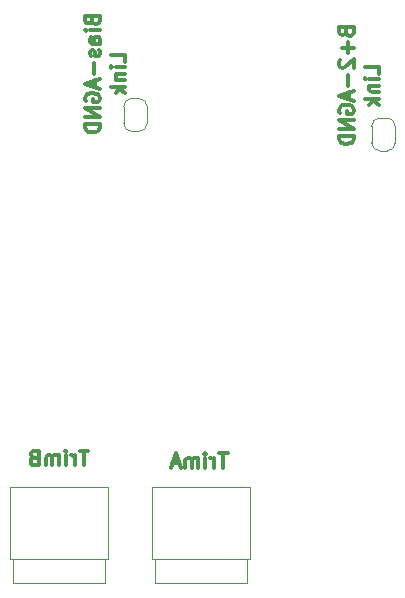
<source format=gbr>
G04 #@! TF.GenerationSoftware,KiCad,Pcbnew,(5.1.5-0-10_14)*
G04 #@! TF.CreationDate,2020-02-01T21:54:20+00:00*
G04 #@! TF.ProjectId,PowerSupply,506f7765-7253-4757-9070-6c792e6b6963,rev?*
G04 #@! TF.SameCoordinates,Original*
G04 #@! TF.FileFunction,Legend,Bot*
G04 #@! TF.FilePolarity,Positive*
%FSLAX46Y46*%
G04 Gerber Fmt 4.6, Leading zero omitted, Abs format (unit mm)*
G04 Created by KiCad (PCBNEW (5.1.5-0-10_14)) date 2020-02-01 21:54:20*
%MOMM*%
%LPD*%
G04 APERTURE LIST*
%ADD10C,0.300000*%
%ADD11C,0.120000*%
G04 APERTURE END LIST*
D10*
X117823214Y-66505952D02*
X117882738Y-66684523D01*
X117942261Y-66744047D01*
X118061309Y-66803571D01*
X118239880Y-66803571D01*
X118358928Y-66744047D01*
X118418452Y-66684523D01*
X118477976Y-66565476D01*
X118477976Y-66089285D01*
X117227976Y-66089285D01*
X117227976Y-66505952D01*
X117287500Y-66625000D01*
X117347023Y-66684523D01*
X117466071Y-66744047D01*
X117585119Y-66744047D01*
X117704166Y-66684523D01*
X117763690Y-66625000D01*
X117823214Y-66505952D01*
X117823214Y-66089285D01*
X118001785Y-67339285D02*
X118001785Y-68291666D01*
X118477976Y-67815476D02*
X117525595Y-67815476D01*
X117347023Y-68827380D02*
X117287500Y-68886904D01*
X117227976Y-69005952D01*
X117227976Y-69303571D01*
X117287500Y-69422619D01*
X117347023Y-69482142D01*
X117466071Y-69541666D01*
X117585119Y-69541666D01*
X117763690Y-69482142D01*
X118477976Y-68767857D01*
X118477976Y-69541666D01*
X118001785Y-70077380D02*
X118001785Y-71029761D01*
X118120833Y-71565476D02*
X118120833Y-72160714D01*
X118477976Y-71446428D02*
X117227976Y-71863095D01*
X118477976Y-72279761D01*
X117287500Y-73351190D02*
X117227976Y-73232142D01*
X117227976Y-73053571D01*
X117287500Y-72875000D01*
X117406547Y-72755952D01*
X117525595Y-72696428D01*
X117763690Y-72636904D01*
X117942261Y-72636904D01*
X118180357Y-72696428D01*
X118299404Y-72755952D01*
X118418452Y-72875000D01*
X118477976Y-73053571D01*
X118477976Y-73172619D01*
X118418452Y-73351190D01*
X118358928Y-73410714D01*
X117942261Y-73410714D01*
X117942261Y-73172619D01*
X118477976Y-73946428D02*
X117227976Y-73946428D01*
X118477976Y-74660714D01*
X117227976Y-74660714D01*
X118477976Y-75255952D02*
X117227976Y-75255952D01*
X117227976Y-75553571D01*
X117287500Y-75732142D01*
X117406547Y-75851190D01*
X117525595Y-75910714D01*
X117763690Y-75970238D01*
X117942261Y-75970238D01*
X118180357Y-75910714D01*
X118299404Y-75851190D01*
X118418452Y-75732142D01*
X118477976Y-75553571D01*
X118477976Y-75255952D01*
X120652976Y-70017857D02*
X120652976Y-69422619D01*
X119402976Y-69422619D01*
X120652976Y-70434523D02*
X119819642Y-70434523D01*
X119402976Y-70434523D02*
X119462500Y-70375000D01*
X119522023Y-70434523D01*
X119462500Y-70494047D01*
X119402976Y-70434523D01*
X119522023Y-70434523D01*
X119819642Y-71029761D02*
X120652976Y-71029761D01*
X119938690Y-71029761D02*
X119879166Y-71089285D01*
X119819642Y-71208333D01*
X119819642Y-71386904D01*
X119879166Y-71505952D01*
X119998214Y-71565476D01*
X120652976Y-71565476D01*
X120652976Y-72160714D02*
X119402976Y-72160714D01*
X120176785Y-72279761D02*
X120652976Y-72636904D01*
X119819642Y-72636904D02*
X120295833Y-72160714D01*
X96323214Y-65505952D02*
X96382738Y-65684523D01*
X96442261Y-65744047D01*
X96561309Y-65803571D01*
X96739880Y-65803571D01*
X96858928Y-65744047D01*
X96918452Y-65684523D01*
X96977976Y-65565476D01*
X96977976Y-65089285D01*
X95727976Y-65089285D01*
X95727976Y-65505952D01*
X95787500Y-65625000D01*
X95847023Y-65684523D01*
X95966071Y-65744047D01*
X96085119Y-65744047D01*
X96204166Y-65684523D01*
X96263690Y-65625000D01*
X96323214Y-65505952D01*
X96323214Y-65089285D01*
X96977976Y-66339285D02*
X96144642Y-66339285D01*
X95727976Y-66339285D02*
X95787500Y-66279761D01*
X95847023Y-66339285D01*
X95787500Y-66398809D01*
X95727976Y-66339285D01*
X95847023Y-66339285D01*
X96977976Y-67470238D02*
X96323214Y-67470238D01*
X96204166Y-67410714D01*
X96144642Y-67291666D01*
X96144642Y-67053571D01*
X96204166Y-66934523D01*
X96918452Y-67470238D02*
X96977976Y-67351190D01*
X96977976Y-67053571D01*
X96918452Y-66934523D01*
X96799404Y-66875000D01*
X96680357Y-66875000D01*
X96561309Y-66934523D01*
X96501785Y-67053571D01*
X96501785Y-67351190D01*
X96442261Y-67470238D01*
X96918452Y-68005952D02*
X96977976Y-68125000D01*
X96977976Y-68363095D01*
X96918452Y-68482142D01*
X96799404Y-68541666D01*
X96739880Y-68541666D01*
X96620833Y-68482142D01*
X96561309Y-68363095D01*
X96561309Y-68184523D01*
X96501785Y-68065476D01*
X96382738Y-68005952D01*
X96323214Y-68005952D01*
X96204166Y-68065476D01*
X96144642Y-68184523D01*
X96144642Y-68363095D01*
X96204166Y-68482142D01*
X96501785Y-69077380D02*
X96501785Y-70029761D01*
X96620833Y-70565476D02*
X96620833Y-71160714D01*
X96977976Y-70446428D02*
X95727976Y-70863095D01*
X96977976Y-71279761D01*
X95787500Y-72351190D02*
X95727976Y-72232142D01*
X95727976Y-72053571D01*
X95787500Y-71875000D01*
X95906547Y-71755952D01*
X96025595Y-71696428D01*
X96263690Y-71636904D01*
X96442261Y-71636904D01*
X96680357Y-71696428D01*
X96799404Y-71755952D01*
X96918452Y-71875000D01*
X96977976Y-72053571D01*
X96977976Y-72172619D01*
X96918452Y-72351190D01*
X96858928Y-72410714D01*
X96442261Y-72410714D01*
X96442261Y-72172619D01*
X96977976Y-72946428D02*
X95727976Y-72946428D01*
X96977976Y-73660714D01*
X95727976Y-73660714D01*
X96977976Y-74255952D02*
X95727976Y-74255952D01*
X95727976Y-74553571D01*
X95787500Y-74732142D01*
X95906547Y-74851190D01*
X96025595Y-74910714D01*
X96263690Y-74970238D01*
X96442261Y-74970238D01*
X96680357Y-74910714D01*
X96799404Y-74851190D01*
X96918452Y-74732142D01*
X96977976Y-74553571D01*
X96977976Y-74255952D01*
X99152976Y-69017857D02*
X99152976Y-68422619D01*
X97902976Y-68422619D01*
X99152976Y-69434523D02*
X98319642Y-69434523D01*
X97902976Y-69434523D02*
X97962500Y-69375000D01*
X98022023Y-69434523D01*
X97962500Y-69494047D01*
X97902976Y-69434523D01*
X98022023Y-69434523D01*
X98319642Y-70029761D02*
X99152976Y-70029761D01*
X98438690Y-70029761D02*
X98379166Y-70089285D01*
X98319642Y-70208333D01*
X98319642Y-70386904D01*
X98379166Y-70505952D01*
X98498214Y-70565476D01*
X99152976Y-70565476D01*
X99152976Y-71160714D02*
X97902976Y-71160714D01*
X98676785Y-71279761D02*
X99152976Y-71636904D01*
X98319642Y-71636904D02*
X98795833Y-71160714D01*
X107810714Y-102115476D02*
X107096428Y-102115476D01*
X107453571Y-103365476D02*
X107453571Y-102115476D01*
X106679761Y-103365476D02*
X106679761Y-102532142D01*
X106679761Y-102770238D02*
X106620238Y-102651190D01*
X106560714Y-102591666D01*
X106441666Y-102532142D01*
X106322619Y-102532142D01*
X105905952Y-103365476D02*
X105905952Y-102532142D01*
X105905952Y-102115476D02*
X105965476Y-102175000D01*
X105905952Y-102234523D01*
X105846428Y-102175000D01*
X105905952Y-102115476D01*
X105905952Y-102234523D01*
X105310714Y-103365476D02*
X105310714Y-102532142D01*
X105310714Y-102651190D02*
X105251190Y-102591666D01*
X105132142Y-102532142D01*
X104953571Y-102532142D01*
X104834523Y-102591666D01*
X104775000Y-102710714D01*
X104775000Y-103365476D01*
X104775000Y-102710714D02*
X104715476Y-102591666D01*
X104596428Y-102532142D01*
X104417857Y-102532142D01*
X104298809Y-102591666D01*
X104239285Y-102710714D01*
X104239285Y-103365476D01*
X103703571Y-103008333D02*
X103108333Y-103008333D01*
X103822619Y-103365476D02*
X103405952Y-102115476D01*
X102989285Y-103365476D01*
X96000000Y-101915476D02*
X95285714Y-101915476D01*
X95642857Y-103165476D02*
X95642857Y-101915476D01*
X94869047Y-103165476D02*
X94869047Y-102332142D01*
X94869047Y-102570238D02*
X94809523Y-102451190D01*
X94750000Y-102391666D01*
X94630952Y-102332142D01*
X94511904Y-102332142D01*
X94095238Y-103165476D02*
X94095238Y-102332142D01*
X94095238Y-101915476D02*
X94154761Y-101975000D01*
X94095238Y-102034523D01*
X94035714Y-101975000D01*
X94095238Y-101915476D01*
X94095238Y-102034523D01*
X93500000Y-103165476D02*
X93500000Y-102332142D01*
X93500000Y-102451190D02*
X93440476Y-102391666D01*
X93321428Y-102332142D01*
X93142857Y-102332142D01*
X93023809Y-102391666D01*
X92964285Y-102510714D01*
X92964285Y-103165476D01*
X92964285Y-102510714D02*
X92904761Y-102391666D01*
X92785714Y-102332142D01*
X92607142Y-102332142D01*
X92488095Y-102391666D01*
X92428571Y-102510714D01*
X92428571Y-103165476D01*
X91416666Y-102510714D02*
X91238095Y-102570238D01*
X91178571Y-102629761D01*
X91119047Y-102748809D01*
X91119047Y-102927380D01*
X91178571Y-103046428D01*
X91238095Y-103105952D01*
X91357142Y-103165476D01*
X91833333Y-103165476D01*
X91833333Y-101915476D01*
X91416666Y-101915476D01*
X91297619Y-101975000D01*
X91238095Y-102034523D01*
X91178571Y-102153571D01*
X91178571Y-102272619D01*
X91238095Y-102391666D01*
X91297619Y-102451190D01*
X91416666Y-102510714D01*
X91833333Y-102510714D01*
D11*
X99000000Y-74200000D02*
G75*
G03X99700000Y-74900000I700000J0D01*
G01*
X100300000Y-74900000D02*
G75*
G03X101000000Y-74200000I0J700000D01*
G01*
X101000000Y-72800000D02*
G75*
G03X100300000Y-72100000I-700000J0D01*
G01*
X99700000Y-72100000D02*
G75*
G03X99000000Y-72800000I0J-700000D01*
G01*
X100300000Y-72100000D02*
X99700000Y-72100000D01*
X101000000Y-74200000D02*
X101000000Y-72800000D01*
X99700000Y-74900000D02*
X100300000Y-74900000D01*
X99000000Y-72800000D02*
X99000000Y-74200000D01*
X101414000Y-105010000D02*
X101414000Y-111100000D01*
X109665000Y-105010000D02*
X109665000Y-111100000D01*
X101414000Y-105010000D02*
X109665000Y-105010000D01*
X101414000Y-111100000D02*
X109665000Y-111100000D01*
X101670000Y-111100000D02*
X101670000Y-113131000D01*
X109410000Y-111100000D02*
X109410000Y-113131000D01*
X101670000Y-111100000D02*
X109410000Y-111100000D01*
X101670000Y-113131000D02*
X109410000Y-113131000D01*
X89414000Y-105010000D02*
X89414000Y-111100000D01*
X97665000Y-105010000D02*
X97665000Y-111100000D01*
X89414000Y-105010000D02*
X97665000Y-105010000D01*
X89414000Y-111100000D02*
X97665000Y-111100000D01*
X89670000Y-111100000D02*
X89670000Y-113131000D01*
X97410000Y-111100000D02*
X97410000Y-113131000D01*
X89670000Y-111100000D02*
X97410000Y-111100000D01*
X89670000Y-113131000D02*
X97410000Y-113131000D01*
X120000000Y-75850000D02*
G75*
G03X120700000Y-76550000I700000J0D01*
G01*
X121300000Y-76550000D02*
G75*
G03X122000000Y-75850000I0J700000D01*
G01*
X122000000Y-74450000D02*
G75*
G03X121300000Y-73750000I-700000J0D01*
G01*
X120700000Y-73750000D02*
G75*
G03X120000000Y-74450000I0J-700000D01*
G01*
X121300000Y-73750000D02*
X120700000Y-73750000D01*
X122000000Y-75850000D02*
X122000000Y-74450000D01*
X120700000Y-76550000D02*
X121300000Y-76550000D01*
X120000000Y-74450000D02*
X120000000Y-75850000D01*
M02*

</source>
